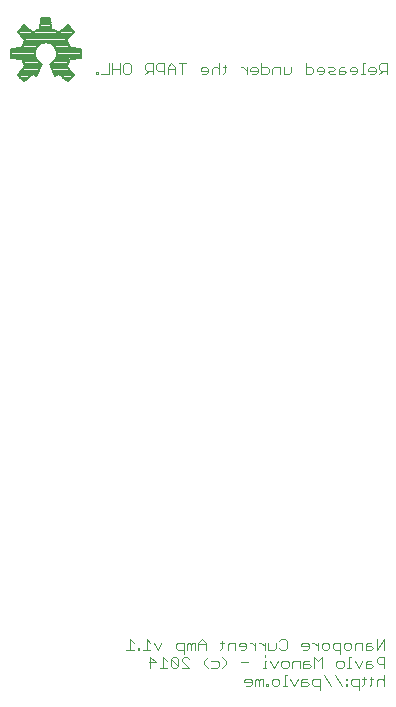
<source format=gbo>
G75*
%MOIN*%
%OFA0B0*%
%FSLAX24Y24*%
%IPPOS*%
%LPD*%
%AMOC8*
5,1,8,0,0,1.08239X$1,22.5*
%
%ADD10C,0.0079*%
%ADD11C,0.0030*%
D10*
X012356Y021503D02*
X012152Y021706D01*
X012394Y022003D01*
X012351Y022082D01*
X012317Y022165D01*
X012292Y022251D01*
X011911Y022290D01*
X011911Y022577D01*
X012292Y022616D01*
X012317Y022702D01*
X012351Y022785D01*
X012394Y022864D01*
X012152Y023161D01*
X012356Y023364D01*
X012653Y023122D01*
X012731Y023165D01*
X012814Y023200D01*
X012900Y023225D01*
X012939Y023606D01*
X013227Y023606D01*
X013266Y023225D01*
X013352Y023200D01*
X013435Y023165D01*
X013513Y023122D01*
X013810Y023364D01*
X014014Y023161D01*
X013772Y022864D01*
X013815Y022785D01*
X013849Y022702D01*
X013874Y022616D01*
X014255Y022577D01*
X014255Y022290D01*
X013874Y022251D01*
X013849Y022165D01*
X013815Y022082D01*
X013772Y022003D01*
X014014Y021706D01*
X013810Y021503D01*
X013513Y021745D01*
X013455Y021712D01*
X013394Y021683D01*
X013224Y022092D01*
X013288Y022127D01*
X013344Y022172D01*
X013390Y022228D01*
X013424Y022292D01*
X013445Y022361D01*
X013452Y022433D01*
X013445Y022505D01*
X013424Y022575D01*
X013390Y022639D01*
X013344Y022694D01*
X013288Y022740D01*
X013224Y022774D01*
X013155Y022795D01*
X013083Y022803D01*
X013011Y022795D01*
X012942Y022774D01*
X012878Y022740D01*
X012822Y022694D01*
X012776Y022639D01*
X012742Y022575D01*
X012721Y022505D01*
X012714Y022433D01*
X012721Y022361D01*
X012742Y022292D01*
X012776Y022228D01*
X012822Y022172D01*
X012878Y022127D01*
X012942Y022092D01*
X012772Y021683D01*
X012711Y021712D01*
X012653Y021745D01*
X012356Y021503D01*
X012313Y021546D02*
X012408Y021546D01*
X012503Y021623D02*
X012236Y021623D01*
X012158Y021700D02*
X012598Y021700D01*
X012736Y021700D02*
X012779Y021700D01*
X012811Y021777D02*
X012210Y021777D01*
X012273Y021855D02*
X012843Y021855D01*
X012875Y021932D02*
X012336Y021932D01*
X012391Y022009D02*
X012907Y022009D01*
X012939Y022086D02*
X012349Y022086D01*
X012317Y022164D02*
X012833Y022164D01*
X012769Y022241D02*
X012295Y022241D01*
X012295Y022627D02*
X012770Y022627D01*
X012734Y022550D02*
X011911Y022550D01*
X011911Y022472D02*
X012718Y022472D01*
X012718Y022395D02*
X011911Y022395D01*
X011911Y022318D02*
X012734Y022318D01*
X012834Y022704D02*
X012317Y022704D01*
X012349Y022781D02*
X012965Y022781D01*
X013201Y022781D02*
X013816Y022781D01*
X013848Y022704D02*
X013332Y022704D01*
X013396Y022627D02*
X013871Y022627D01*
X013774Y022859D02*
X012391Y022859D01*
X012335Y022936D02*
X013830Y022936D01*
X013893Y023013D02*
X012272Y023013D01*
X012209Y023090D02*
X013956Y023090D01*
X014007Y023168D02*
X013569Y023168D01*
X013664Y023245D02*
X013929Y023245D01*
X013852Y023322D02*
X013758Y023322D01*
X013429Y023168D02*
X012737Y023168D01*
X012597Y023168D02*
X012159Y023168D01*
X012236Y023245D02*
X012502Y023245D01*
X012407Y023322D02*
X012314Y023322D01*
X012902Y023245D02*
X013264Y023245D01*
X013256Y023322D02*
X012910Y023322D01*
X012918Y023399D02*
X013248Y023399D01*
X013240Y023477D02*
X012926Y023477D01*
X012934Y023554D02*
X013232Y023554D01*
X013431Y022550D02*
X014255Y022550D01*
X014255Y022472D02*
X013448Y022472D01*
X013448Y022395D02*
X014255Y022395D01*
X014255Y022318D02*
X013432Y022318D01*
X013396Y022241D02*
X013871Y022241D01*
X013849Y022164D02*
X013333Y022164D01*
X013227Y022086D02*
X013817Y022086D01*
X013775Y022009D02*
X013259Y022009D01*
X013291Y021932D02*
X013830Y021932D01*
X013893Y021855D02*
X013323Y021855D01*
X013355Y021777D02*
X013956Y021777D01*
X014007Y021700D02*
X013568Y021700D01*
X013663Y021623D02*
X013930Y021623D01*
X013853Y021546D02*
X013758Y021546D01*
X013430Y021700D02*
X013387Y021700D01*
D11*
X015772Y002546D02*
X016019Y002546D01*
X016141Y002546D02*
X016203Y002546D01*
X016203Y002608D01*
X016141Y002608D01*
X016141Y002546D01*
X016324Y002546D02*
X016571Y002546D01*
X016448Y002546D02*
X016448Y002916D01*
X016571Y002793D01*
X016693Y002793D02*
X016816Y002546D01*
X016939Y002793D01*
X017000Y002316D02*
X017000Y001946D01*
X016877Y001946D02*
X017124Y001946D01*
X017245Y002008D02*
X017307Y001946D01*
X017430Y001946D01*
X017492Y002008D01*
X017245Y002255D01*
X017245Y002008D01*
X017124Y002193D02*
X017000Y002316D01*
X017245Y002255D02*
X017307Y002316D01*
X017430Y002316D01*
X017492Y002255D01*
X017492Y002008D01*
X017613Y001946D02*
X017860Y001946D01*
X017613Y002193D01*
X017613Y002255D01*
X017675Y002316D01*
X017799Y002316D01*
X017860Y002255D01*
X017676Y002423D02*
X017676Y002793D01*
X017491Y002793D01*
X017429Y002731D01*
X017429Y002608D01*
X017491Y002546D01*
X017676Y002546D01*
X017798Y002546D02*
X017798Y002731D01*
X017859Y002793D01*
X017921Y002731D01*
X017921Y002546D01*
X018044Y002546D02*
X018044Y002793D01*
X017983Y002793D01*
X017921Y002731D01*
X018166Y002731D02*
X018413Y002731D01*
X018413Y002793D02*
X018289Y002916D01*
X018166Y002793D01*
X018166Y002546D01*
X018413Y002546D02*
X018413Y002793D01*
X018903Y002793D02*
X019027Y002793D01*
X018965Y002855D02*
X018965Y002608D01*
X018903Y002546D01*
X018965Y002316D02*
X019088Y002193D01*
X019088Y002070D01*
X018965Y001946D01*
X018842Y002008D02*
X018781Y001946D01*
X018596Y001946D01*
X018474Y001946D02*
X018351Y002070D01*
X018351Y002193D01*
X018474Y002316D01*
X018596Y002193D02*
X018781Y002193D01*
X018842Y002131D01*
X018842Y002008D01*
X019148Y002546D02*
X019148Y002731D01*
X019210Y002793D01*
X019395Y002793D01*
X019395Y002546D01*
X019516Y002670D02*
X019516Y002731D01*
X019578Y002793D01*
X019701Y002793D01*
X019763Y002731D01*
X019763Y002608D01*
X019701Y002546D01*
X019578Y002546D01*
X019516Y002670D02*
X019763Y002670D01*
X019885Y002793D02*
X019947Y002793D01*
X020070Y002670D01*
X020070Y002793D02*
X020070Y002546D01*
X020192Y002793D02*
X020254Y002793D01*
X020377Y002670D01*
X020377Y002793D02*
X020377Y002546D01*
X020498Y002546D02*
X020498Y002793D01*
X020498Y002546D02*
X020684Y002546D01*
X020745Y002608D01*
X020745Y002793D01*
X020867Y002855D02*
X020929Y002916D01*
X021052Y002916D01*
X021114Y002855D01*
X021114Y002608D01*
X021052Y002546D01*
X020929Y002546D01*
X020867Y002608D01*
X020377Y002378D02*
X020377Y002316D01*
X020377Y002193D02*
X020377Y001946D01*
X020438Y001946D02*
X020315Y001946D01*
X020377Y002193D02*
X020438Y002193D01*
X020560Y002193D02*
X020683Y001946D01*
X020807Y002193D01*
X020928Y002131D02*
X020990Y002193D01*
X021113Y002193D01*
X021175Y002131D01*
X021175Y002008D01*
X021113Y001946D01*
X020990Y001946D01*
X020928Y002008D01*
X020928Y002131D01*
X021297Y002131D02*
X021297Y001946D01*
X021297Y002131D02*
X021358Y002193D01*
X021543Y002193D01*
X021543Y001946D01*
X021665Y001946D02*
X021665Y002131D01*
X021727Y002193D01*
X021850Y002193D01*
X021850Y002070D02*
X021665Y002070D01*
X021665Y001946D02*
X021850Y001946D01*
X021912Y002008D01*
X021850Y002070D01*
X022033Y001946D02*
X022033Y002316D01*
X022157Y002193D01*
X022280Y002316D01*
X022280Y001946D01*
X022340Y001716D02*
X022587Y001346D01*
X022955Y001346D02*
X022708Y001716D01*
X022831Y001946D02*
X022770Y002008D01*
X022770Y002131D01*
X022831Y002193D01*
X022955Y002193D01*
X023017Y002131D01*
X023017Y002008D01*
X022955Y001946D01*
X022831Y001946D01*
X023139Y001946D02*
X023262Y001946D01*
X023200Y001946D02*
X023200Y002316D01*
X023262Y002316D01*
X023384Y002193D02*
X023507Y001946D01*
X023630Y002193D01*
X023752Y002131D02*
X023752Y001946D01*
X023937Y001946D01*
X023999Y002008D01*
X023937Y002070D01*
X023752Y002070D01*
X023752Y002131D02*
X023814Y002193D01*
X023937Y002193D01*
X024120Y002255D02*
X024120Y002131D01*
X024182Y002070D01*
X024367Y002070D01*
X024367Y001946D02*
X024367Y002316D01*
X024182Y002316D01*
X024120Y002255D01*
X024120Y002546D02*
X024120Y002916D01*
X023937Y002793D02*
X023814Y002793D01*
X023752Y002731D01*
X023752Y002546D01*
X023937Y002546D01*
X023999Y002608D01*
X023937Y002670D01*
X023752Y002670D01*
X023630Y002546D02*
X023630Y002793D01*
X023445Y002793D01*
X023384Y002731D01*
X023384Y002546D01*
X023262Y002608D02*
X023200Y002546D01*
X023077Y002546D01*
X023015Y002608D01*
X023015Y002731D01*
X023077Y002793D01*
X023200Y002793D01*
X023262Y002731D01*
X023262Y002608D01*
X022894Y002546D02*
X022709Y002546D01*
X022647Y002608D01*
X022647Y002731D01*
X022709Y002793D01*
X022894Y002793D01*
X022894Y002423D01*
X022526Y002608D02*
X022464Y002546D01*
X022340Y002546D01*
X022279Y002608D01*
X022279Y002731D01*
X022340Y002793D01*
X022464Y002793D01*
X022526Y002731D01*
X022526Y002608D01*
X022157Y002670D02*
X022034Y002793D01*
X021972Y002793D01*
X021850Y002731D02*
X021789Y002793D01*
X021665Y002793D01*
X021603Y002731D01*
X021603Y002670D01*
X021850Y002670D01*
X021850Y002731D02*
X021850Y002608D01*
X021789Y002546D01*
X021665Y002546D01*
X022157Y002546D02*
X022157Y002793D01*
X022219Y001593D02*
X022033Y001593D01*
X021972Y001531D01*
X021972Y001408D01*
X022033Y001346D01*
X022219Y001346D01*
X022219Y001223D02*
X022219Y001593D01*
X021850Y001408D02*
X021789Y001470D01*
X021603Y001470D01*
X021603Y001531D02*
X021603Y001346D01*
X021789Y001346D01*
X021850Y001408D01*
X021789Y001593D02*
X021665Y001593D01*
X021603Y001531D01*
X021482Y001593D02*
X021359Y001346D01*
X021235Y001593D01*
X021114Y001716D02*
X021052Y001716D01*
X021052Y001346D01*
X021114Y001346D02*
X020990Y001346D01*
X020868Y001408D02*
X020868Y001531D01*
X020806Y001593D01*
X020683Y001593D01*
X020621Y001531D01*
X020621Y001408D01*
X020683Y001346D01*
X020806Y001346D01*
X020868Y001408D01*
X020500Y001408D02*
X020438Y001408D01*
X020438Y001346D01*
X020500Y001346D01*
X020500Y001408D01*
X020316Y001346D02*
X020316Y001593D01*
X020254Y001593D01*
X020192Y001531D01*
X020131Y001593D01*
X020069Y001531D01*
X020069Y001346D01*
X020192Y001346D02*
X020192Y001531D01*
X019947Y001531D02*
X019886Y001593D01*
X019762Y001593D01*
X019700Y001531D01*
X019700Y001470D01*
X019947Y001470D01*
X019947Y001531D02*
X019947Y001408D01*
X019886Y001346D01*
X019762Y001346D01*
X019825Y002131D02*
X019578Y002131D01*
X016755Y002131D02*
X016508Y002131D01*
X016570Y001946D02*
X016570Y002316D01*
X016755Y002131D01*
X015895Y002546D02*
X015895Y002916D01*
X016019Y002793D01*
X023078Y001593D02*
X023078Y001531D01*
X023139Y001531D01*
X023139Y001593D01*
X023078Y001593D01*
X023078Y001408D02*
X023078Y001346D01*
X023139Y001346D01*
X023139Y001408D01*
X023078Y001408D01*
X023261Y001408D02*
X023261Y001531D01*
X023323Y001593D01*
X023508Y001593D01*
X023508Y001223D01*
X023508Y001346D02*
X023323Y001346D01*
X023261Y001408D01*
X023630Y001346D02*
X023692Y001408D01*
X023692Y001655D01*
X023753Y001593D02*
X023630Y001593D01*
X023875Y001593D02*
X023999Y001593D01*
X023937Y001655D02*
X023937Y001408D01*
X023875Y001346D01*
X024120Y001346D02*
X024120Y001531D01*
X024182Y001593D01*
X024305Y001593D01*
X024367Y001531D01*
X024367Y001716D02*
X024367Y001346D01*
X024367Y002546D02*
X024367Y002916D01*
X024120Y002546D01*
X024199Y021740D02*
X024322Y021863D01*
X024261Y021863D02*
X024446Y021863D01*
X024446Y021740D02*
X024446Y022110D01*
X024261Y022110D01*
X024199Y022048D01*
X024199Y021925D01*
X024261Y021863D01*
X024078Y021863D02*
X023831Y021863D01*
X023831Y021925D01*
X023892Y021987D01*
X024016Y021987D01*
X024078Y021925D01*
X024078Y021802D01*
X024016Y021740D01*
X023892Y021740D01*
X023709Y021740D02*
X023586Y021740D01*
X023648Y021740D02*
X023648Y022110D01*
X023709Y022110D01*
X023464Y021925D02*
X023402Y021987D01*
X023279Y021987D01*
X023217Y021925D01*
X023217Y021863D01*
X023464Y021863D01*
X023464Y021802D02*
X023464Y021925D01*
X023464Y021802D02*
X023402Y021740D01*
X023279Y021740D01*
X023095Y021802D02*
X023034Y021863D01*
X022849Y021863D01*
X022849Y021925D02*
X022849Y021740D01*
X023034Y021740D01*
X023095Y021802D01*
X023034Y021987D02*
X022910Y021987D01*
X022849Y021925D01*
X022727Y021925D02*
X022665Y021987D01*
X022480Y021987D01*
X022359Y021925D02*
X022297Y021987D01*
X022174Y021987D01*
X022112Y021925D01*
X022112Y021863D01*
X022359Y021863D01*
X022359Y021802D02*
X022359Y021925D01*
X022359Y021802D02*
X022297Y021740D01*
X022174Y021740D01*
X021990Y021802D02*
X021990Y021925D01*
X021929Y021987D01*
X021744Y021987D01*
X021744Y022110D02*
X021744Y021740D01*
X021929Y021740D01*
X021990Y021802D01*
X022480Y021802D02*
X022542Y021740D01*
X022727Y021740D01*
X022665Y021863D02*
X022727Y021925D01*
X022665Y021863D02*
X022542Y021863D01*
X022480Y021802D01*
X021254Y021802D02*
X021192Y021740D01*
X021007Y021740D01*
X021007Y021987D01*
X020885Y021987D02*
X020885Y021740D01*
X020639Y021740D02*
X020639Y021925D01*
X020700Y021987D01*
X020885Y021987D01*
X021254Y021987D02*
X021254Y021802D01*
X020517Y021802D02*
X020455Y021740D01*
X020270Y021740D01*
X020270Y022110D01*
X020270Y021987D02*
X020455Y021987D01*
X020517Y021925D01*
X020517Y021802D01*
X020149Y021802D02*
X020087Y021740D01*
X019964Y021740D01*
X019902Y021863D02*
X020149Y021863D01*
X020149Y021802D02*
X020149Y021925D01*
X020087Y021987D01*
X019964Y021987D01*
X019902Y021925D01*
X019902Y021863D01*
X019781Y021863D02*
X019657Y021987D01*
X019595Y021987D01*
X019781Y021987D02*
X019781Y021740D01*
X019105Y021987D02*
X018982Y021987D01*
X019044Y022048D02*
X019044Y021802D01*
X018982Y021740D01*
X018860Y021740D02*
X018860Y022110D01*
X018798Y021987D02*
X018675Y021987D01*
X018613Y021925D01*
X018613Y021740D01*
X018491Y021802D02*
X018430Y021740D01*
X018306Y021740D01*
X018245Y021863D02*
X018491Y021863D01*
X018491Y021802D02*
X018491Y021925D01*
X018430Y021987D01*
X018306Y021987D01*
X018245Y021925D01*
X018245Y021863D01*
X017755Y022110D02*
X017508Y022110D01*
X017631Y022110D02*
X017631Y021740D01*
X017387Y021740D02*
X017387Y021987D01*
X017263Y022110D01*
X017140Y021987D01*
X017140Y021740D01*
X017018Y021740D02*
X017018Y022110D01*
X016833Y022110D01*
X016771Y022048D01*
X016771Y021925D01*
X016833Y021863D01*
X017018Y021863D01*
X017140Y021925D02*
X017387Y021925D01*
X016650Y021863D02*
X016465Y021863D01*
X016403Y021925D01*
X016403Y022048D01*
X016465Y022110D01*
X016650Y022110D01*
X016650Y021740D01*
X016526Y021863D02*
X016403Y021740D01*
X015913Y021802D02*
X015852Y021740D01*
X015728Y021740D01*
X015666Y021802D01*
X015666Y022048D01*
X015728Y022110D01*
X015852Y022110D01*
X015913Y022048D01*
X015913Y021802D01*
X015545Y021740D02*
X015545Y022110D01*
X015545Y021925D02*
X015298Y021925D01*
X015298Y022110D02*
X015298Y021740D01*
X015177Y021740D02*
X014930Y021740D01*
X014808Y021740D02*
X014747Y021740D01*
X014747Y021802D01*
X014808Y021802D01*
X014808Y021740D01*
X015177Y021740D02*
X015177Y022110D01*
X018798Y021987D02*
X018860Y021925D01*
M02*

</source>
